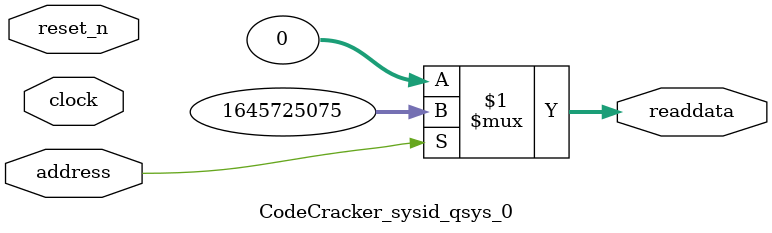
<source format=v>



// synthesis translate_off
`timescale 1ns / 1ps
// synthesis translate_on

// turn off superfluous verilog processor warnings 
// altera message_level Level1 
// altera message_off 10034 10035 10036 10037 10230 10240 10030 

module CodeCracker_sysid_qsys_0 (
               // inputs:
                address,
                clock,
                reset_n,

               // outputs:
                readdata
             )
;

  output  [ 31: 0] readdata;
  input            address;
  input            clock;
  input            reset_n;

  wire    [ 31: 0] readdata;
  //control_slave, which is an e_avalon_slave
  assign readdata = address ? 1645725075 : 0;

endmodule



</source>
